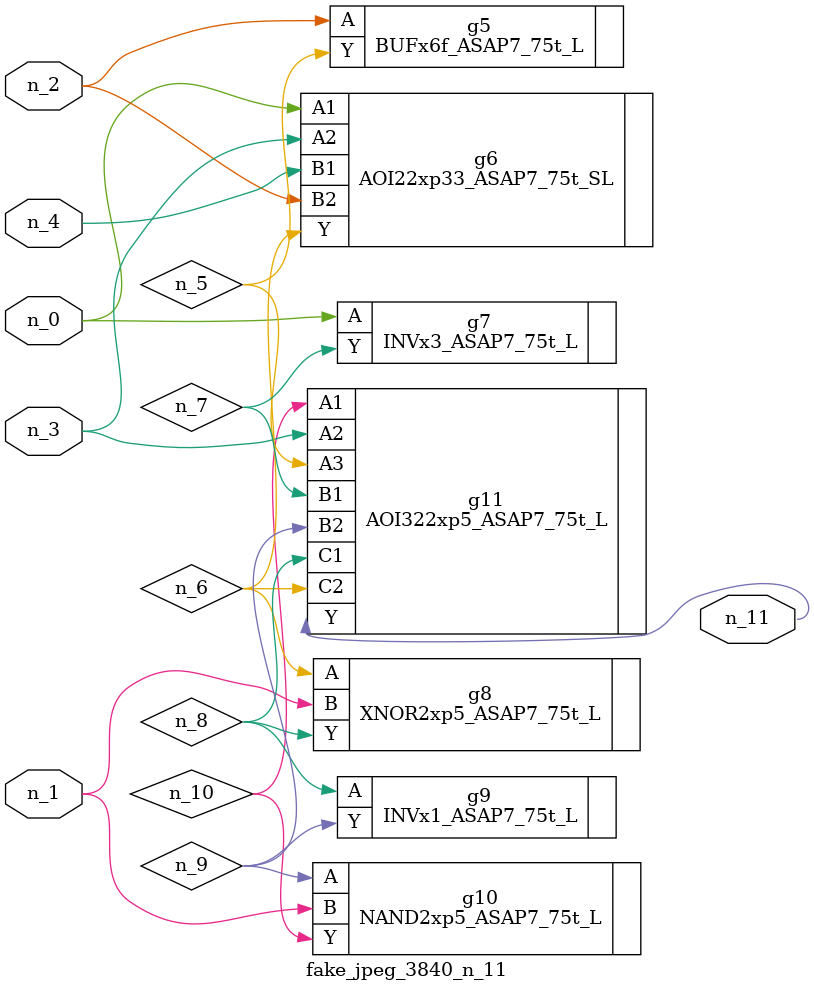
<source format=v>
module fake_jpeg_3840_n_11 (n_3, n_2, n_1, n_0, n_4, n_11);

input n_3;
input n_2;
input n_1;
input n_0;
input n_4;

output n_11;

wire n_10;
wire n_8;
wire n_9;
wire n_6;
wire n_5;
wire n_7;

BUFx6f_ASAP7_75t_L g5 ( 
.A(n_2),
.Y(n_5)
);

AOI22xp33_ASAP7_75t_SL g6 ( 
.A1(n_0),
.A2(n_3),
.B1(n_4),
.B2(n_2),
.Y(n_6)
);

INVx3_ASAP7_75t_L g7 ( 
.A(n_0),
.Y(n_7)
);

XNOR2xp5_ASAP7_75t_L g8 ( 
.A(n_6),
.B(n_1),
.Y(n_8)
);

INVx1_ASAP7_75t_L g9 ( 
.A(n_8),
.Y(n_9)
);

NAND2xp5_ASAP7_75t_L g10 ( 
.A(n_9),
.B(n_1),
.Y(n_10)
);

AOI322xp5_ASAP7_75t_L g11 ( 
.A1(n_10),
.A2(n_3),
.A3(n_5),
.B1(n_7),
.B2(n_9),
.C1(n_8),
.C2(n_6),
.Y(n_11)
);


endmodule
</source>
